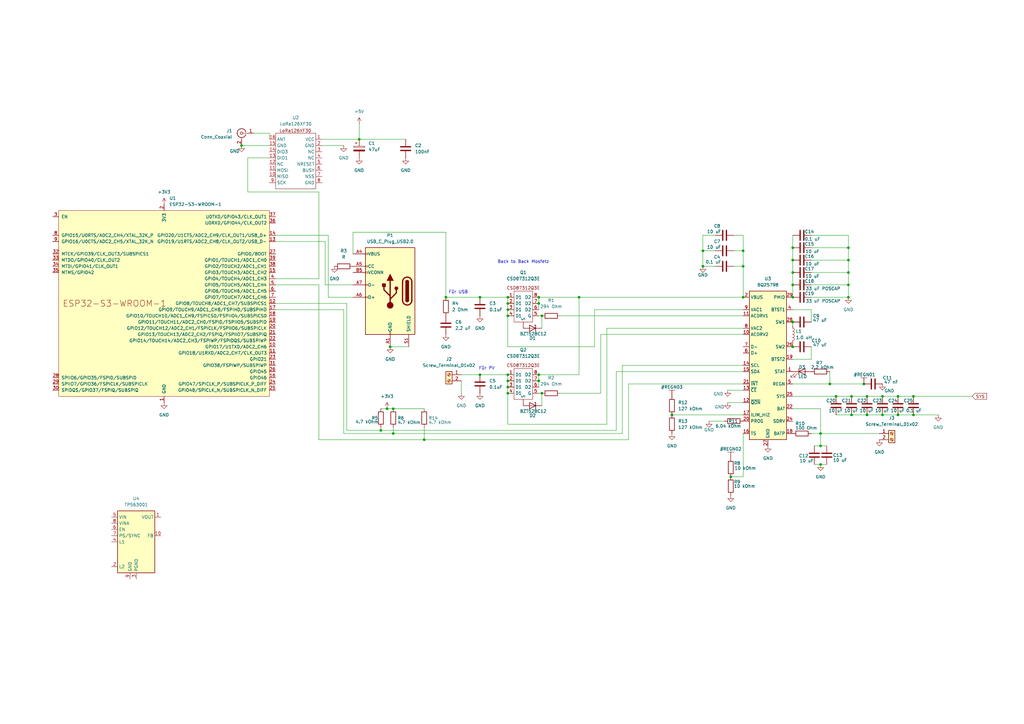
<source format=kicad_sch>
(kicad_sch (version 20250114) (generator "eeschema") (generator_version "9.0")
  (paper "A3")
  (title_block (title "MegaMesh Node v1") (date "2026-02-24") (rev "1.0") (company "Gropp&Linnhoff Industries") (comment 1 "Yeahhh") (comment 2 "Yeahhh 2"))
  (lib_symbols
    (symbol "Battery_Management:BQ25798"
      (property "Reference" "U" (at -7.62 31.75 0))
      (property "Value" "BQ25798" (at 2.54 31.75 0))
      (symbol "BQ25798_0_1"
        (rectangle (start -7.62 30.48) (end 7.62 -30.48) (stroke (width 0.254)) (fill (type background)))
      )
      (symbol "BQ25798_1_1"
        (pin power_in line (at -10.16 27.94 0) (length 2.54) (name "VBUS") (number "2"))
        (pin passive line (at -10.16 27.94 0) (length 2.54) (hide yes) (name "VBUS") (number "3"))
        (pin input line (at -10.16 22.86 0) (length 2.54) (name "VAC1") (number "9"))
        (pin passive line (at -10.16 20.32 0) (length 2.54) (name "ACDRV1") (number "11"))
        (pin input line (at -10.16 15.24 0) (length 2.54) (name "VAC2") (number "8"))
        (pin passive line (at -10.16 12.7 0) (length 2.54) (name "ACDRV2") (number "10"))
        (pin bidirectional line (at -10.16 7.62 0) (length 2.54) (name "D-") (number "7"))
        (pin bidirectional line (at -10.16 5.08 0) (length 2.54) (name "D+") (number "6"))
        (pin input line (at -10.16 0 0) (length 2.54) (name "SCL") (number "14"))
        (pin bidirectional line (at -10.16 -2.54 0) (length 2.54) (name "SDA") (number "15"))
        (pin open_collector line (at -10.16 -7.62 0) (length 2.54) (name "~{INT}") (number "21"))
        (pin input line (at -10.16 -10.16 0) (length 2.54) (name "~{CE}") (number "13"))
        (pin input line (at -10.16 -15.24 0) (length 2.54) (name "~{QON}") (number "12"))
        (pin input line (at -10.16 -20.32 0) (length 2.54) (name "ILIM_HIZ") (number "17"))
        (pin input line (at -10.16 -22.86 0) (length 2.54) (name "PROG") (number "20"))
        (pin input line (at -10.16 -27.94 0) (length 2.54) (name "TS") (number "16"))
        (pin power_in line (at 0 -33.02 90) (length 2.54) (name "GND") (number "27"))
        (pin power_out line (at 10.16 27.94 180) (length 2.54) (name "PMID") (number "29"))
        (pin passive line (at 10.16 22.86 180) (length 2.54) (name "BTST1") (number "4"))
        (pin power_out line (at 10.16 17.78 180) (length 2.54) (name "SW1") (number "28"))
        (pin power_out line (at 10.16 7.62 180) (length 2.54) (name "SW2") (number "26"))
        (pin passive line (at 10.16 2.54 180) (length 2.54) (name "BTST2") (number "19"))
        (pin open_collector line (at 10.16 -2.54 180) (length 2.54) (name "STAT") (number "1"))
        (pin power_out line (at 10.16 -7.62 180) (length 2.54) (name "REGN") (number "5"))
        (pin power_out line (at 10.16 -12.7 180) (length 2.54) (name "SYS") (number "25"))
        (pin power_out line (at 10.16 -17.78 180) (length 2.54) (name "BAT") (number "22"))
        (pin passive line (at 10.16 -17.78 180) (length 2.54) (hide yes) (name "BAT") (number "23"))
        (pin output line (at 10.16 -22.86 180) (length 2.54) (name "SDRV") (number "24"))
        (pin input line (at 10.16 -27.94 180) (length 2.54) (name "BATP") (number "18"))
      )
    )
    (symbol "Connector:Conn_Coaxial" (pin_names (offset 1.016) (hide yes))
      (property "Reference" "J" (at 0.254 3.048 0))
      (property "Value" "Conn_Coaxial" (at 2.921 0 90))
      (symbol "Conn_Coaxial_0_1"
        (polyline (pts (xy -2.54 0) (xy -0.508 0)))
        (arc (start 1.778 0) (mid 0.222 -1.8079) (end -1.778 -0.508) (stroke (width 0.254)))
        (arc (start -1.778 0.508) (mid 0.2221 1.8084) (end 1.778 0) (stroke (width 0.254)))
        (circle (center 0 0) (radius 0.508) (stroke (width 0.2032)))
        (polyline (pts (xy 0 -2.54) (xy 0 -1.778)))
      )
      (symbol "Conn_Coaxial_1_1"
        (pin passive line (at -5.08 0 0) (length 2.54) (name "In") (number "1"))
        (pin passive line (at 0 -5.08 90) (length 2.54) (name "Ext") (number "2"))
      )
    )
    (symbol "Connector:Screw_Terminal_01x02" (pin_names (offset 1.016) (hide yes))
      (property "Reference" "J" (at 0 2.54 0))
      (property "Value" "Screw_Terminal_01x02" (at 0 -5.08 0))
      (symbol "Screw_Terminal_01x02_1_1"
        (rectangle (start -1.27 1.27) (end 1.27 -3.81) (stroke (width 0.254)) (fill (type background)))
        (polyline (pts (xy -0.5334 0.3302) (xy 0.3302 -0.508)) (stroke (width 0.1524)))
        (polyline (pts (xy -0.5334 -2.2098) (xy 0.3302 -3.048)) (stroke (width 0.1524)))
        (polyline (pts (xy -0.3556 0.508) (xy 0.508 -0.3302)) (stroke (width 0.1524)))
        (polyline (pts (xy -0.3556 -2.032) (xy 0.508 -2.8702)) (stroke (width 0.1524)))
        (circle (center 0 0) (radius 0.635) (stroke (width 0.1524)))
        (circle (center 0 -2.54) (radius 0.635) (stroke (width 0.1524)))
        (pin passive line (at -5.08 0 0) (length 3.81) (name "Pin_1") (number "1"))
        (pin passive line (at -5.08 -2.54 0) (length 3.81) (name "Pin_2") (number "2"))
      )
    )
    (symbol "Connector:USB_C_Plug_USB2.0" (pin_names (offset 1.016))
      (property "Reference" "P" (at -10.16 19.05 0))
      (property "Value" "USB_C_Plug_USB2.0" (at 12.7 19.05 0))
      (symbol "USB_C_Plug_USB2.0_0_0"
        (rectangle (start -0.254 -17.78) (end 0.254 -16.764))
        (rectangle (start 10.16 15.494) (end 9.144 14.986))
        (rectangle (start 10.16 10.414) (end 9.144 9.906))
        (rectangle (start 10.16 7.874) (end 9.144 7.366))
        (rectangle (start 10.16 2.794) (end 9.144 2.286))
        (rectangle (start 10.16 -2.286) (end 9.144 -2.794))
      )
      (symbol "USB_C_Plug_USB2.0_0_1"
        (rectangle (start -10.16 17.78) (end 10.16 -17.78) (stroke (width 0.254)) (fill (type background)))
        (polyline (pts (xy -8.89 -3.81) (xy -8.89 3.81)) (stroke (width 0.508)))
        (rectangle (start -7.62 -3.81) (end -6.35 3.81) (stroke (width 0.254)) (fill (type outline)))
        (arc (start -7.62 3.81) (mid -6.985 4.4423) (end -6.35 3.81) (stroke (width 0.254)))
        (arc (start -7.62 3.81) (mid -6.985 4.4423) (end -6.35 3.81) (stroke (width 0.254)) (fill (type outline)))
        (arc (start -8.89 3.81) (mid -6.985 5.7067) (end -5.08 3.81) (stroke (width 0.508)))
        (arc (start -5.08 -3.81) (mid -6.985 -5.7067) (end -8.89 -3.81) (stroke (width 0.508)))
        (arc (start -6.35 -3.81) (mid -6.985 -4.4423) (end -7.62 -3.81) (stroke (width 0.254)))
        (arc (start -6.35 -3.81) (mid -6.985 -4.4423) (end -7.62 -3.81) (stroke (width 0.254)) (fill (type outline)))
        (polyline (pts (xy -5.08 3.81) (xy -5.08 -3.81)) (stroke (width 0.508)))
        (circle (center -2.54 1.143) (radius 0.635) (stroke (width 0.254)) (fill (type outline)))
        (polyline (pts (xy -1.27 4.318) (xy 0 6.858) (xy 1.27 4.318) (xy -1.27 4.318)) (stroke (width 0.254)) (fill (type outline)))
        (polyline (pts (xy 0 -2.032) (xy 2.54 0.508) (xy 2.54 1.778)) (stroke (width 0.508)))
        (polyline (pts (xy 0 -3.302) (xy -2.54 -0.762) (xy -2.54 0.508)) (stroke (width 0.508)))
        (polyline (pts (xy 0 -5.842) (xy 0 4.318)) (stroke (width 0.508)))
        (circle (center 0 -5.842) (radius 1.27) (fill (type outline)))
        (rectangle (start 1.905 1.778) (end 3.175 3.048) (stroke (width 0.254)) (fill (type outline)))
      )
      (symbol "USB_C_Plug_USB2.0_1_1"
        (pin passive line (at -7.62 -22.86 90) (length 5.08) (name "SHIELD") (number "S1"))
        (pin passive line (at 0 -22.86 90) (length 5.08) (name "GND") (number "A1"))
        (pin passive line (at 0 -22.86 90) (length 5.08) (hide yes) (name "GND") (number "A12"))
        (pin passive line (at 0 -22.86 90) (length 5.08) (hide yes) (name "GND") (number "B1"))
        (pin passive line (at 0 -22.86 90) (length 5.08) (hide yes) (name "GND") (number "B12"))
        (pin passive line (at 15.24 15.24 180) (length 5.08) (name "VBUS") (number "A4"))
        (pin passive line (at 15.24 15.24 180) (length 5.08) (hide yes) (name "VBUS") (number "A9"))
        (pin passive line (at 15.24 15.24 180) (length 5.08) (hide yes) (name "VBUS") (number "B4"))
        (pin passive line (at 15.24 15.24 180) (length 5.08) (hide yes) (name "VBUS") (number "B9"))
        (pin bidirectional line (at 15.24 10.16 180) (length 5.08) (name "CC") (number "A5"))
        (pin bidirectional line (at 15.24 7.62 180) (length 5.08) (name "VCONN") (number "B5"))
        (pin bidirectional line (at 15.24 2.54 180) (length 5.08) (name "D-") (number "A7"))
        (pin bidirectional line (at 15.24 -2.54 180) (length 5.08) (name "D+") (number "A6"))
      )
    )
    (symbol "Device:C" (pin_numbers (hide yes)) (pin_names (offset 0.254))
      (property "Reference" "C" (at 0.635 2.54 0))
      (property "Value" "C" (at 0.635 -2.54 0))
      (symbol "C_0_1"
        (polyline (pts (xy -2.032 0.762) (xy 2.032 0.762)) (stroke (width 0.508)))
        (polyline (pts (xy -2.032 -0.762) (xy 2.032 -0.762)) (stroke (width 0.508)))
      )
      (symbol "C_1_1"
        (pin passive line (at 0 3.81 270) (length 2.794) (name "~") (number "1"))
        (pin passive line (at 0 -3.81 90) (length 2.794) (name "~") (number "2"))
      )
    )
    (symbol "Device:C_Polarized" (pin_numbers (hide yes)) (pin_names (offset 0.254))
      (property "Reference" "C" (at 0.635 2.54 0))
      (property "Value" "C_Polarized" (at 0.635 -2.54 0))
      (symbol "C_Polarized_0_1"
        (rectangle (start -2.286 0.508) (end 2.286 1.016))
        (polyline (pts (xy -1.778 2.286) (xy -0.762 2.286)))
        (polyline (pts (xy -1.27 2.794) (xy -1.27 1.778)))
        (rectangle (start 2.286 -0.508) (end -2.286 -1.016) (fill (type outline)))
      )
      (symbol "C_Polarized_1_1"
        (pin passive line (at 0 3.81 270) (length 2.794) (name "~") (number "1"))
        (pin passive line (at 0 -3.81 90) (length 2.794) (name "~") (number "2"))
      )
    )
    (symbol "Device:L" (pin_numbers (hide yes)) (pin_names (offset 1.016) (hide yes))
      (property "Reference" "L" (at -1.27 0 90))
      (property "Value" "L" (at 1.905 0 90))
      (symbol "L_0_1"
        (arc (start 0 2.54) (mid 0.6323 1.905) (end 0 1.27))
        (arc (start 0 1.27) (mid 0.6323 0.635) (end 0 0))
        (arc (start 0 0) (mid 0.6323 -0.635) (end 0 -1.27))
        (arc (start 0 -1.27) (mid 0.6323 -1.905) (end 0 -2.54))
      )
      (symbol "L_1_1"
        (pin passive line (at 0 3.81 270) (length 1.27) (name "1") (number "1"))
        (pin passive line (at 0 -3.81 90) (length 1.27) (name "2") (number "2"))
      )
    )
    (symbol "Device:LED" (pin_numbers (hide yes)) (pin_names (offset 1.016) (hide yes))
      (property "Reference" "D" (at 0 2.54 0))
      (property "Value" "LED" (at 0 -2.54 0))
      (symbol "LED_0_1"
        (polyline (pts (xy -3.048 -0.762) (xy -4.572 -2.286) (xy -3.81 -2.286) (xy -4.572 -2.286) (xy -4.572 -1.524)))
        (polyline (pts (xy -1.778 -0.762) (xy -3.302 -2.286) (xy -2.54 -2.286) (xy -3.302 -2.286) (xy -3.302 -1.524)))
        (polyline (pts (xy -1.27 0) (xy 1.27 0)))
        (polyline (pts (xy -1.27 -1.27) (xy -1.27 1.27)) (stroke (width 0.254)))
        (polyline (pts (xy 1.27 -1.27) (xy 1.27 1.27) (xy -1.27 0) (xy 1.27 -1.27)) (stroke (width 0.254)))
      )
      (symbol "LED_1_1"
        (pin passive line (at -3.81 0 0) (length 2.54) (name "K") (number "1"))
        (pin passive line (at 3.81 0 180) (length 2.54) (name "A") (number "2"))
      )
    )
    (symbol "Device:R" (pin_numbers (hide yes)) (pin_names (offset 0))
      (property "Reference" "R" (at 2.032 0 90))
      (property "Value" "R" (at 0 0 90))
      (symbol "R_0_1"
        (rectangle (start -1.016 -2.54) (end 1.016 2.54) (stroke (width 0.254)))
      )
      (symbol "R_1_1"
        (pin passive line (at 0 3.81 270) (length 1.27) (name "~") (number "1"))
        (pin passive line (at 0 -3.81 90) (length 1.27) (name "~") (number "2"))
      )
    )
    (symbol "Diode:BZT52Bxx" (pin_numbers (hide yes)) (pin_names (hide yes))
      (property "Reference" "D" (at 0 2.54 0))
      (property "Value" "BZT52Bxx" (at 0 -2.54 0))
      (symbol "BZT52Bxx_0_1"
        (polyline (pts (xy -1.27 -1.27) (xy -1.27 1.27) (xy -0.762 1.27)) (stroke (width 0.254)))
        (polyline (pts (xy 1.27 0) (xy -1.27 0)))
        (polyline (pts (xy 1.27 -1.27) (xy 1.27 1.27) (xy -1.27 0) (xy 1.27 -1.27)) (stroke (width 0.254)))
      )
      (symbol "BZT52Bxx_1_1"
        (pin passive line (at -3.81 0 0) (length 2.54) (name "K") (number "1"))
        (pin passive line (at 3.81 0 180) (length 2.54) (name "A") (number "2"))
      )
    )
    (symbol "PCM_Espressif:ESP32-S3-WROOM-1" (pin_names (offset 1.016))
      (property "Reference" "U" (at -43.18 43.18 0))
      (property "Value" "ESP32-S3-WROOM-1" (at -43.18 40.64 0))
      (symbol "ESP32-S3-WROOM-1_0_0"
        (text "ESP32-S3-WROOM-1" (at -20.32 0 0) (effects (font (size 2.54 2.54))))
        (pin input line (at -45.72 35.56 0) (length 2.54) (name "EN") (number "3"))
        (pin bidirectional line (at -45.72 27.94 0) (length 2.54) (name "GPIO15/U0RTS/ADC2_CH4/XTAL_32K_P") (number "8"))
        (pin bidirectional line (at -45.72 25.4 0) (length 2.54) (name "GPIO16/U0CTS/ADC2_CH5/XTAL_32K_N") (number "9"))
        (pin bidirectional line (at -45.72 20.32 0) (length 2.54) (name "MTCK/GPIO39/CLK_OUT3/SUBSPICS1") (number "32"))
        (pin bidirectional line (at -45.72 17.78 0) (length 2.54) (name "MTDO/GPIO40/CLK_OUT2") (number "33"))
        (pin bidirectional line (at -45.72 15.24 0) (length 2.54) (name "MTDI/GPIO41/CLK_OUT1") (number "34"))
        (pin bidirectional line (at -45.72 12.7 0) (length 2.54) (name "MTMS/GPIO42") (number "35"))
        (pin bidirectional line (at -45.72 -30.48 0) (length 2.54) (name "SPIIO6/GPIO35/FSPID/SUBSPID") (number "28"))
        (pin bidirectional line (at -45.72 -33.02 0) (length 2.54) (name "SPIIO7/GPIO36/FSPICLK/SUBSPICLK") (number "29"))
        (pin bidirectional line (at -45.72 -35.56 0) (length 2.54) (name "SPIDQS/GPIO37/FSPIQ/SUBSPIQ") (number "30"))
        (pin power_in line (at 0 40.64 270) (length 2.54) (name "3V3") (number "2"))
        (pin power_in line (at 0 -40.64 90) (length 2.54) (name "GND") (number "1"))
        (pin passive line (at 0 -40.64 90) (length 2.54) (hide yes) (name "GND") (number "40"))
        (pin passive line (at 0 -40.64 90) (length 2.54) (hide yes) (name "GND") (number "41"))
        (pin bidirectional line (at 45.72 35.56 180) (length 2.54) (name "U0TXD/GPIO43/CLK_OUT1") (number "37"))
        (pin bidirectional line (at 45.72 33.02 180) (length 2.54) (name "U0RXD/GPIO44/CLK_OUT2") (number "36"))
        (pin bidirectional line (at 45.72 27.94 180) (length 2.54) (name "GPIO20/U1CTS/ADC2_CH9/CLK_OUT1/USB_D+") (number "14"))
        (pin bidirectional line (at 45.72 25.4 180) (length 2.54) (name "GPIO19/U1RTS/ADC2_CH8/CLK_OUT2/USB_D-") (number "13"))
        (pin bidirectional line (at 45.72 20.32 180) (length 2.54) (name "GPIO0/BOOT") (number "27"))
        (pin bidirectional line (at 45.72 17.78 180) (length 2.54) (name "GPIO1/TOUCH1/ADC1_CH0") (number "39"))
        (pin bidirectional line (at 45.72 15.24 180) (length 2.54) (name "GPIO2/TOUCH2/ADC1_CH1") (number "38"))
        (pin bidirectional line (at 45.72 12.7 180) (length 2.54) (name "GPIO3/TOUCH3/ADC1_CH2") (number "15"))
        (pin bidirectional line (at 45.72 10.16 180) (length 2.54) (name "GPIO4/TOUCH4/ADC1_CH3") (number "4"))
        (pin bidirectional line (at 45.72 7.62 180) (length 2.54) (name "GPIO5/TOUCH5/ADC1_CH4") (number "5"))
        (pin bidirectional line (at 45.72 5.08 180) (length 2.54) (name "GPIO6/TOUCH6/ADC1_CH5") (number "6"))
        (pin bidirectional line (at 45.72 2.54 180) (length 2.54) (name "GPIO7/TOUCH7/ADC1_CH6") (number "7"))
        (pin bidirectional line (at 45.72 0 180) (length 2.54) (name "GPIO8/TOUCH8/ADC1_CH7/SUBSPICS1") (number "12"))
        (pin bidirectional line (at 45.72 -2.54 180) (length 2.54) (name "GPIO9/TOUCH9/ADC1_CH8/FSPIHD/SUBSPIHD") (number "17"))
        (pin bidirectional line (at 45.72 -5.08 180) (length 2.54) (name "GPIO10/TOUCH10/ADC1_CH9/FSPICS0/FSPIIO4/SUBSPICS0") (number "18"))
        (pin bidirectional line (at 45.72 -7.62 180) (length 2.54) (name "GPIO11/TOUCH11/ADC2_CH0/FSPID/FSPIIO5/SUBSPID") (number "19"))
        (pin bidirectional line (at 45.72 -10.16 180) (length 2.54) (name "GPIO12/TOUCH12/ADC2_CH1/FSPICLK/FSPIIO6/SUBSPICLK") (number "20"))
        (pin bidirectional line (at 45.72 -12.7 180) (length 2.54) (name "GPIO13/TOUCH13/ADC2_CH2/FSPIQ/FSPIIO7/SUBSPIQ") (number "21"))
        (pin bidirectional line (at 45.72 -15.24 180) (length 2.54) (name "GPIO14/TOUCH14/ADC2_CH3/FSPIWP/FSPIDQS/SUBSPIWP") (number "22"))
        (pin bidirectional line (at 45.72 -17.78 180) (length 2.54) (name "GPIO17/U1TXD/ADC2_CH6") (number "10"))
        (pin bidirectional line (at 45.72 -20.32 180) (length 2.54) (name "GPIO18/U1RXD/ADC2_CH7/CLK_OUT3") (number "11"))
        (pin bidirectional line (at 45.72 -22.86 180) (length 2.54) (name "GPIO21") (number "23"))
        (pin bidirectional line (at 45.72 -25.4 180) (length 2.54) (name "GPIO38/FSPIWP/SUBSPIWP") (number "31"))
        (pin bidirectional line (at 45.72 -27.94 180) (length 2.54) (name "GPIO45") (number "26"))
        (pin bidirectional line (at 45.72 -30.48 180) (length 2.54) (name "GPIO46") (number "16"))
        (pin bidirectional line (at 45.72 -33.02 180) (length 2.54) (name "GPIO47/SPICLK_P/SUBSPICLK_P_DIFF") (number "24"))
        (pin bidirectional line (at 45.72 -35.56 180) (length 2.54) (name "GPIO48/SPICLK_N/SUBSPICLK_N_DIFF") (number "25"))
      )
      (symbol "ESP32-S3-WROOM-1_0_1"
        (rectangle (start -43.18 38.1) (end 43.18 -38.1) (fill (type background)))
      )
    )
    (symbol "Regulator_Switching:TPS63001"
      (property "Reference" "U" (at -7.62 13.97 0))
      (property "Value" "TPS63001" (at 5.08 13.97 0))
      (symbol "TPS63001_0_1"
        (rectangle (start -7.62 12.7) (end 7.62 -12.7) (stroke (width 0.254)) (fill (type background)))
      )
      (symbol "TPS63001_1_1"
        (pin power_in line (at -10.16 10.16 0) (length 2.54) (name "VIN") (number "5"))
        (pin power_in line (at -10.16 7.62 0) (length 2.54) (name "VINA") (number "8"))
        (pin input line (at -10.16 5.08 0) (length 2.54) (name "EN") (number "6"))
        (pin input line (at -10.16 2.54 0) (length 2.54) (name "PS/SYNC") (number "7"))
        (pin input line (at -10.16 0 0) (length 2.54) (name "L1") (number "4"))
        (pin input line (at -10.16 -10.16 0) (length 2.54) (name "L2") (number "2"))
        (pin power_in line (at -2.54 -15.24 90) (length 2.54) (name "GND") (number "9"))
        (pin passive line (at 0 -15.24 90) (length 2.54) (hide yes) (name "PGND") (number "11"))
        (pin power_in line (at 0 -15.24 90) (length 2.54) (name "PGND") (number "3"))
        (pin power_out line (at 10.16 10.16 180) (length 2.54) (name "VOUT") (number "1"))
        (pin input line (at 10.16 2.54 180) (length 2.54) (name "FB") (number "10"))
      )
    )
    (symbol "myRF:CSD87312Q3E"
      (property "Reference" "Q" (at -1.27 1.524 0))
      (symbol "CSD87312Q3E_0_1"
        (rectangle (start -5.08 2.54) (end 2.54 -10.16))
      )
      (symbol "CSD87312Q3E_1_1"
        (text "CSD87312Q3E\n" (at -1.27 3.81 0) (effects (font (size 1.27 1.27))))
        (pin output line (at -7.62 0 0) (length 2.54) (name "D1") (number "1"))
        (pin output line (at -7.62 -2.54 0) (length 2.54) (name "D1") (number "2"))
        (pin output line (at -7.62 -5.08 0) (length 2.54) (name "D1") (number "3"))
        (pin output line (at -7.62 -7.62 0) (length 2.54) (name "D1") (number "4"))
        (pin input line (at -1.27 -12.7 90) (length 2.54) (name "S") (number ""))
        (pin output line (at 5.08 0 180) (length 2.54) (name "D2") (number "8"))
        (pin output line (at 5.08 -2.54 180) (length 2.54) (name "D2") (number "7"))
        (pin output line (at 5.08 -5.08 180) (length 2.54) (name "D2") (number "6"))
        (pin output line (at 5.08 -7.62 180) (length 2.54) (name "G") (number "5"))
      )
    )
    (symbol "myRF:LoRa126XF30"
      (property "Reference" "U" (at 0 0 0))
      (symbol "LoRa126XF30_0_1"
        (rectangle (start -8.89 15.24) (end 7.62 -7.62))
      )
      (symbol "LoRa126XF30_1_1"
        (text "LoRa126XF30" (at -0.762 16.256 0) (effects (font (size 1.27 1.27))))
        (pin bidirectional line (at -11.43 12.7 0) (length 2.54) (name "ANT") (number "16"))
        (pin power_out line (at -11.43 10.16 0) (length 2.54) (name "GND") (number "15"))
        (pin tri_state line (at -11.43 7.62 0) (length 2.54) (name "DIO3") (number "14"))
        (pin tri_state line (at -11.43 5.08 0) (length 2.54) (name "DIO1") (number "13"))
        (pin unspecified line (at -11.43 2.54 0) (length 2.54) (name "NC") (number "12"))
        (pin input line (at -11.43 0 0) (length 2.54) (name "MOSI") (number "11"))
        (pin output line (at -11.43 -2.54 0) (length 2.54) (name "MISO") (number "10"))
        (pin input line (at -11.43 -5.08 0) (length 2.54) (name "SCK") (number "9"))
        (pin power_in line (at 10.16 12.7 180) (length 2.54) (name "VCC") (number "1"))
        (pin power_out line (at 10.16 10.16 180) (length 2.54) (name "GND") (number "2"))
        (pin unspecified line (at 10.16 7.62 180) (length 2.54) (name "NC") (number "3"))
        (pin unspecified line (at 10.16 5.08 180) (length 2.54) (name "NC") (number "4"))
        (pin input line (at 10.16 2.54 180) (length 2.54) (name "NRESET") (number "5"))
        (pin output line (at 10.16 0 180) (length 2.54) (name "BUSY") (number "6"))
        (pin input line (at 10.16 -2.54 180) (length 2.54) (name "NSS") (number "7"))
        (pin power_out line (at 10.16 -5.08 180) (length 2.54) (name "GND") (number "8"))
      )
    )
    (symbol "myRF:REGN" (power) (in_bom no) (on_board no)
      (property "Reference" "REGN" (at 0 0 0))
      (symbol "REGN_0_1"
        (polyline (pts (xy -1.27 -1.27) (xy 1.27 -1.27)))
      )
      (symbol "REGN_1_1"
        (pin power_out line (at 0 -3.81 90) (length 2.54) (name "") (number ""))
      )
    )
    (symbol "power:+3V3" (power) (pin_numbers (hide yes)) (pin_names (offset 0) (hide yes))
      (property "Value" "+3V3" (at 0 3.556 0))
      (symbol "+3V3_0_1"
        (polyline (pts (xy -0.762 1.27) (xy 0 2.54)))
        (polyline (pts (xy 0 2.54) (xy 0.762 1.27)))
        (polyline (pts (xy 0 0) (xy 0 2.54)))
      )
      (symbol "+3V3_1_1"
        (pin power_in line (at 0 0 90) (length 0) (name "~") (number "1"))
      )
    )
    (symbol "power:+5V" (power) (pin_numbers (hide yes)) (pin_names (offset 0) (hide yes))
      (property "Value" "+5V" (at 0 3.556 0))
      (symbol "+5V_0_1"
        (polyline (pts (xy -0.762 1.27) (xy 0 2.54)))
        (polyline (pts (xy 0 2.54) (xy 0.762 1.27)))
        (polyline (pts (xy 0 0) (xy 0 2.54)))
      )
      (symbol "+5V_1_1"
        (pin power_in line (at 0 0 90) (length 0) (name "~") (number "1"))
      )
    )
    (symbol "power:GND" (power) (pin_numbers (hide yes)) (pin_names (offset 0) (hide yes))
      (property "Value" "GND" (at 0 -3.81 0))
      (symbol "GND_0_1"
        (polyline (pts (xy 0 0) (xy 0 -1.27) (xy 1.27 -1.27) (xy 0 -2.54) (xy -1.27 -1.27) (xy 0 -1.27)))
      )
      (symbol "GND_1_1"
        (pin power_in line (at 0 0 270) (length 0) (name "~") (number "1"))
      )
    )
  )
  (text "Back to Back Mosfetz" (at 214.63 107.442 0) (effects (font (size 1.27 1.27))))
  (text "Für PV" (at 199.644 151.13 0) (effects (font (size 1.27 1.27))))
  (text "Für USB" (at 187.96 119.888 0) (effects (font (size 1.27 1.27))))
  (junction (at 220.98 153.67))
  (junction (at 349.25 162.56))
  (junction (at 355.6 170.18))
  (junction (at 208.28 153.67))
  (junction (at 325.12 121.92))
  (junction (at 288.29 109.22))
  (junction (at 208.28 158.75))
  (junction (at 304.8 121.92))
  (junction (at 275.59 170.18))
  (junction (at 368.3 162.56))
  (junction (at 342.9 162.56))
  (junction (at 182.88 121.92))
  (junction (at 374.65 162.56))
  (junction (at 208.28 127))
  (junction (at 299.72 195.58))
  (junction (at 304.8 102.87))
  (junction (at 220.98 124.46))
  (junction (at 208.28 121.92))
  (junction (at 208.28 161.29))
  (junction (at 220.98 121.92))
  (junction (at 208.28 124.46))
  (junction (at 347.98 116.84))
  (junction (at 336.55 177.8))
  (junction (at 196.85 153.67))
  (junction (at 288.29 102.87))
  (junction (at 347.98 111.76))
  (junction (at 368.3 170.18))
  (junction (at 158.75 167.64))
  (junction (at 208.28 156.21))
  (junction (at 160.02 142.24))
  (junction (at 161.29 177.8))
  (junction (at 99.06 59.69))
  (junction (at 173.99 180.34))
  (junction (at 349.25 170.18))
  (junction (at 220.98 156.21))
  (junction (at 340.36 157.48))
  (junction (at 325.12 132.08))
  (junction (at 325.12 111.76))
  (junction (at 325.12 106.68))
  (junction (at 336.55 190.5))
  (junction (at 354.33 157.48))
  (junction (at 237.49 121.92))
  (junction (at 208.28 129.54))
  (junction (at 222.25 129.54))
  (junction (at 361.95 170.18))
  (junction (at 347.98 101.6))
  (junction (at 374.65 170.18))
  (junction (at 222.25 161.29))
  (junction (at 196.85 121.92))
  (junction (at 325.12 101.6))
  (junction (at 161.29 167.64))
  (junction (at 147.32 57.15))
  (junction (at 156.21 176.53))
  (junction (at 347.98 121.92))
  (junction (at 325.12 142.24))
  (junction (at 325.12 116.84))
  (junction (at 304.8 109.22))
  (junction (at 347.98 106.68))
  (junction (at 336.55 182.88))
  (junction (at 355.6 162.56))
  (junction (at 361.95 162.56))
  (wire (pts (xy 336.55 190.5) (xy 339.09 190.5)))
  (wire (pts (xy 332.74 142.24) (xy 332.74 147.32)))
  (wire (pts (xy 293.37 109.22) (xy 288.29 109.22)))
  (wire (pts (xy 113.03 124.46) (xy 142.24 124.46)))
  (wire (pts (xy 161.29 167.64) (xy 173.99 167.64)))
  (wire (pts (xy 298.45 160.02) (xy 304.8 160.02)))
  (wire (pts (xy 229.87 161.29) (xy 246.38 161.29)))
  (wire (pts (xy 325.12 147.32) (xy 332.74 147.32)))
  (wire (pts (xy 355.6 162.56) (xy 361.95 162.56)))
  (wire (pts (xy 99.06 59.69) (xy 110.49 59.69)))
  (wire (pts (xy 299.72 195.58) (xy 304.8 195.58)))
  (wire (pts (xy 220.98 161.29) (xy 222.25 161.29)))
  (wire (pts (xy 304.8 127) (xy 243.84 127)))
  (wire (pts (xy 342.9 170.18) (xy 349.25 170.18)))
  (wire (pts (xy 325.12 140.97) (xy 325.12 142.24)))
  (wire (pts (xy 255.27 177.8) (xy 255.27 149.86)))
  (wire (pts (xy 255.27 149.86) (xy 304.8 149.86)))
  (wire (pts (xy 293.37 96.52) (xy 288.29 96.52)))
  (wire (pts (xy 304.8 177.8) (xy 304.8 195.58)))
  (wire (pts (xy 173.99 180.34) (xy 257.81 180.34)))
  (wire (pts (xy 113.03 116.84) (xy 130.81 116.84)))
  (wire (pts (xy 347.98 111.76) (xy 347.98 116.84)))
  (wire (pts (xy 354.33 157.48) (xy 340.36 157.48)))
  (wire (pts (xy 336.55 177.8) (xy 336.55 182.88)))
  (wire (pts (xy 342.9 162.56) (xy 349.25 162.56)))
  (wire (pts (xy 325.12 116.84) (xy 325.12 121.92)))
  (wire (pts (xy 140.97 127) (xy 140.97 177.8)))
  (wire (pts (xy 113.03 99.06) (xy 133.35 99.06)))
  (wire (pts (xy 220.98 156.21) (xy 220.98 158.75)))
  (wire (pts (xy 101.6 78.74) (xy 101.6 64.77)))
  (wire (pts (xy 196.85 153.67) (xy 208.28 153.67)))
  (wire (pts (xy 325.12 132.08) (xy 325.12 133.35)))
  (wire (pts (xy 304.8 109.22) (xy 304.8 121.92)))
  (wire (pts (xy 332.74 106.68) (xy 347.98 106.68)))
  (wire (pts (xy 160.02 142.24) (xy 167.64 142.24)))
  (wire (pts (xy 229.87 129.54) (xy 304.8 129.54)))
  (wire (pts (xy 336.55 182.88) (xy 339.09 182.88)))
  (wire (pts (xy 288.29 96.52) (xy 288.29 102.87)))
  (wire (pts (xy 208.28 124.46) (xy 208.28 127)))
  (wire (pts (xy 134.62 96.52) (xy 134.62 121.92)))
  (wire (pts (xy 325.12 167.64) (xy 336.55 167.64)))
  (wire (pts (xy 334.01 190.5) (xy 336.55 190.5)))
  (wire (pts (xy 325.12 101.6) (xy 325.12 106.68)))
  (wire (pts (xy 110.49 54.61) (xy 110.49 57.15)))
  (wire (pts (xy 252.73 152.4) (xy 304.8 152.4)))
  (wire (pts (xy 368.3 170.18) (xy 374.65 170.18)))
  (wire (pts (xy 325.12 96.52) (xy 325.12 101.6)))
  (wire (pts (xy 246.38 137.16) (xy 304.8 137.16)))
  (wire (pts (xy 144.78 95.25) (xy 182.88 95.25)))
  (wire (pts (xy 189.23 156.21) (xy 189.23 161.29)))
  (wire (pts (xy 300.99 109.22) (xy 304.8 109.22)))
  (wire (pts (xy 340.36 157.48) (xy 325.12 157.48)))
  (wire (pts (xy 161.29 177.8) (xy 255.27 177.8)))
  (wire (pts (xy 290.83 172.72) (xy 297.18 172.72)))
  (wire (pts (xy 208.28 158.75) (xy 208.28 161.29)))
  (wire (pts (xy 132.08 59.69) (xy 140.97 59.69)))
  (wire (pts (xy 368.3 162.56) (xy 374.65 162.56)))
  (wire (pts (xy 140.97 177.8) (xy 161.29 177.8)))
  (wire (pts (xy 237.49 153.67) (xy 237.49 121.92)))
  (wire (pts (xy 347.98 101.6) (xy 347.98 106.68)))
  (wire (pts (xy 325.12 127) (xy 332.74 127)))
  (wire (pts (xy 144.78 104.14) (xy 144.78 95.25)))
  (wire (pts (xy 220.98 124.46) (xy 220.98 127)))
  (wire (pts (xy 252.73 176.53) (xy 252.73 152.4)))
  (wire (pts (xy 332.74 121.92) (xy 347.98 121.92)))
  (wire (pts (xy 142.24 124.46) (xy 142.24 176.53)))
  (wire (pts (xy 304.8 134.62) (xy 248.92 134.62)))
  (wire (pts (xy 222.25 161.29) (xy 222.25 166.37)))
  (wire (pts (xy 246.38 161.29) (xy 246.38 137.16)))
  (wire (pts (xy 156.21 176.53) (xy 252.73 176.53)))
  (wire (pts (xy 347.98 116.84) (xy 347.98 121.92)))
  (wire (pts (xy 130.81 180.34) (xy 173.99 180.34)))
  (wire (pts (xy 332.74 177.8) (xy 336.55 177.8)))
  (wire (pts (xy 208.28 156.21) (xy 208.28 158.75)))
  (wire (pts (xy 374.65 162.56) (xy 398.78 162.56)))
  (wire (pts (xy 147.32 57.15) (xy 166.37 57.15)))
  (wire (pts (xy 332.74 116.84) (xy 347.98 116.84)))
  (wire (pts (xy 208.28 127) (xy 208.28 129.54)))
  (wire (pts (xy 304.8 157.48) (xy 257.81 157.48)))
  (wire (pts (xy 130.81 78.74) (xy 101.6 78.74)))
  (wire (pts (xy 220.98 121.92) (xy 220.98 124.46)))
  (wire (pts (xy 332.74 101.6) (xy 347.98 101.6)))
  (wire (pts (xy 182.88 121.92) (xy 196.85 121.92)))
  (wire (pts (xy 220.98 121.92) (xy 237.49 121.92)))
  (wire (pts (xy 113.03 96.52) (xy 134.62 96.52)))
  (wire (pts (xy 243.84 127) (xy 243.84 142.24)))
  (wire (pts (xy 133.35 99.06) (xy 133.35 116.84)))
  (wire (pts (xy 133.35 116.84) (xy 144.78 116.84)))
  (wire (pts (xy 248.92 134.62) (xy 248.92 173.99)))
  (wire (pts (xy 113.03 127) (xy 140.97 127)))
  (wire (pts (xy 173.99 175.26) (xy 173.99 180.34)))
  (wire (pts (xy 104.14 54.61) (xy 110.49 54.61)))
  (wire (pts (xy 196.85 121.92) (xy 208.28 121.92)))
  (wire (pts (xy 355.6 170.18) (xy 361.95 170.18)))
  (wire (pts (xy 208.28 161.29) (xy 208.28 173.99)))
  (wire (pts (xy 374.65 170.18) (xy 384.81 170.18)))
  (wire (pts (xy 349.25 170.18) (xy 355.6 170.18)))
  (wire (pts (xy 347.98 96.52) (xy 347.98 101.6)))
  (wire (pts (xy 189.23 153.67) (xy 196.85 153.67)))
  (wire (pts (xy 304.8 96.52) (xy 304.8 102.87)))
  (wire (pts (xy 288.29 102.87) (xy 293.37 102.87)))
  (wire (pts (xy 332.74 96.52) (xy 347.98 96.52)))
  (wire (pts (xy 134.62 121.92) (xy 144.78 121.92)))
  (wire (pts (xy 208.28 121.92) (xy 208.28 124.46)))
  (wire (pts (xy 208.28 153.67) (xy 208.28 156.21)))
  (wire (pts (xy 334.01 182.88) (xy 336.55 182.88)))
  (wire (pts (xy 332.74 111.76) (xy 347.98 111.76)))
  (wire (pts (xy 304.8 102.87) (xy 304.8 109.22)))
  (wire (pts (xy 158.75 167.64) (xy 161.29 167.64)))
  (wire (pts (xy 130.81 78.74) (xy 130.81 114.3)))
  (wire (pts (xy 361.95 162.56) (xy 368.3 162.56)))
  (wire (pts (xy 220.98 153.67) (xy 237.49 153.67)))
  (wire (pts (xy 349.25 162.56) (xy 355.6 162.56)))
  (wire (pts (xy 300.99 96.52) (xy 304.8 96.52)))
  (wire (pts (xy 325.12 106.68) (xy 325.12 111.76)))
  (wire (pts (xy 156.21 167.64) (xy 158.75 167.64)))
  (wire (pts (xy 182.88 95.25) (xy 182.88 121.92)))
  (wire (pts (xy 208.28 129.54) (xy 208.28 142.24)))
  (wire (pts (xy 336.55 177.8) (xy 360.68 177.8)))
  (wire (pts (xy 340.36 152.4) (xy 340.36 157.48)))
  (wire (pts (xy 288.29 102.87) (xy 288.29 109.22)))
  (wire (pts (xy 156.21 175.26) (xy 156.21 176.53)))
  (wire (pts (xy 222.25 129.54) (xy 222.25 134.62)))
  (wire (pts (xy 325.12 111.76) (xy 325.12 116.84)))
  (wire (pts (xy 132.08 57.15) (xy 147.32 57.15)))
  (wire (pts (xy 257.81 157.48) (xy 257.81 180.34)))
  (wire (pts (xy 113.03 114.3) (xy 130.81 114.3)))
  (wire (pts (xy 130.81 116.84) (xy 130.81 180.34)))
  (wire (pts (xy 243.84 142.24) (xy 208.28 142.24)))
  (wire (pts (xy 237.49 121.92) (xy 304.8 121.92)))
  (wire (pts (xy 101.6 64.77) (xy 110.49 64.77)))
  (wire (pts (xy 142.24 176.53) (xy 156.21 176.53)))
  (wire (pts (xy 361.95 170.18) (xy 368.3 170.18)))
  (wire (pts (xy 161.29 175.26) (xy 161.29 177.8)))
  (wire (pts (xy 325.12 162.56) (xy 342.9 162.56)))
  (wire (pts (xy 220.98 129.54) (xy 222.25 129.54)))
  (wire (pts (xy 220.98 153.67) (xy 220.98 156.21)))
  (wire (pts (xy 300.99 102.87) (xy 304.8 102.87)))
  (wire (pts (xy 208.28 173.99) (xy 248.92 173.99)))
  (wire (pts (xy 298.45 165.1) (xy 304.8 165.1)))
  (wire (pts (xy 147.32 50.8) (xy 147.32 57.15)))
  (wire (pts (xy 336.55 167.64) (xy 336.55 177.8)))
  (wire (pts (xy 347.98 106.68) (xy 347.98 111.76)))
  (wire (pts (xy 332.74 127) (xy 332.74 132.08)))
  (wire (pts (xy 275.59 170.18) (xy 304.8 170.18)))
  (global_label "SYS" (shape input) (at 398.78 162.56 0) (property "Intersheetrefs" "${INTERSHEET_REFS}" (effects (hide yes))))
  (symbol (lib_id "Device:C") (at 368.3 166.37 0) (unit 1)
    (property "Reference" "C24" (at 364.236 164.338 0) (effects (justify left)))
    (property "Value" "10 uF" (at 365.252 168.402 0) (effects (justify left)))
    (property "Description" "Unpolarized capacitor" (effects (hide yes)))
  )
  (symbol (lib_id "Device:C") (at 328.93 121.92 270) (unit 1)
    (property "Reference" "C19" (at 331.978 120.396 90))
    (property "Value" "33 uF POSCAP" (at 337.566 123.444 90))
    (property "Description" "Unpolarized capacitor" (effects (hide yes)))
  )
  (symbol (lib_id "Battery_Management:BQ25798") (at 314.96 149.86 0) (unit 1)
    (property "Reference" "U3" (at 314.96 114.3 0))
    (property "Value" "BQ25798" (at 314.96 116.84 0))
    (property "Footprint" "Package_DFN_QFN:Texas_RQM0029A_VQFN-29_4x4mm_P0.4mm" (effects (hide yes)))
    (property "Datasheet" "https://www.ti.com/lit/ds/symlink/bq25798.pdf" (effects (hide yes)))
    (property "Description" "I2C controlled, 5A Buck-Boost battery charger (1-4 cell, Li-Ion / Li-Polymer), USB BC1.2 / HVDCP detection, 3.6..24V VBUS, 3..18.8V charge voltage regulation, 0.75..1.5 MHz, VQFN-29 (Texas RQM0029A)" (effects (hide yes)))
  )
  (symbol (lib_id "Device:R") (at 226.06 161.29 270) (unit 1)
    (property "Reference" "R2" (at 226.06 154.94 90))
    (property "Value" "294 Ohm" (at 226.06 157.48 90))
    (property "Description" "Resistor" (effects (hide yes)))
  )
  (symbol (lib_id "power:GND") (at 147.32 64.77 0) (unit 1)
    (property "Reference" "#PWR05" (effects (hide yes)))
    (property "Value" "GND" (at 147.32 69.85 0))
    (property "Description" "Power symbol creates a global label with name \"GND\" , ground" (effects (hide yes)))
  )
  (symbol (lib_id "Device:C") (at 297.18 109.22 270) (unit 1)
    (property "Reference" "C4" (at 294.132 105.41 90))
    (property "Value" "0.1 uF" (at 292.608 107.442 90))
    (property "Description" "Unpolarized capacitor" (effects (hide yes)))
  )
  (symbol (lib_id "Device:R") (at 275.59 166.37 0) (unit 1)
    (property "Reference" "R12" (at 278.13 165.0999 0) (effects (justify left)))
    (property "Value" "127 kOhm" (at 278.13 167.6399 0) (effects (justify left)))
    (property "Description" "Resistor" (effects (hide yes)))
  )
  (symbol (lib_id "myRF:REGN") (at 354.33 153.67 0) (unit 1) (in_bom no) (on_board no)
    (property "Reference" "REGN01" (at 354.584 153.67 0))
    (property "Value" "Referenz" (effects (hide yes)))
  )
  (symbol (lib_id "Device:C") (at 297.18 96.52 270) (unit 1)
    (property "Reference" "C8" (at 294.132 92.71 90))
    (property "Value" "10 uF" (at 292.862 94.996 90))
    (property "Description" "Unpolarized capacitor" (effects (hide yes)))
  )
  (symbol (lib_id "Device:R") (at 182.88 125.73 0) (unit 1)
    (property "Reference" "R4" (at 185.42 124.4599 0) (effects (justify left)))
    (property "Value" "2 Ohm" (at 185.42 126.9999 0) (effects (justify left)))
    (property "Description" "Resistor" (effects (hide yes)))
  )
  (symbol (lib_id "Device:C") (at 328.93 96.52 270) (unit 1)
    (property "Reference" "C14" (at 331.978 94.996 90))
    (property "Value" "0.1 uF" (at 333.248 98.044 90))
    (property "Description" "Unpolarized capacitor" (effects (hide yes)))
  )
  (symbol (lib_id "Device:R") (at 161.29 171.45 0) (unit 1)
    (property "Reference" "R6" (at 163.068 171.45 0) (effects (justify left)))
    (property "Value" "4.7 kOhm" (at 163.068 173.228 0) (effects (justify left)))
    (property "Description" "Resistor" (effects (hide yes)))
  )
  (symbol (lib_id "Device:R") (at 140.97 109.22 90) (unit 1)
    (property "Reference" "R3" (at 140.97 102.87 90))
    (property "Value" "R" (at 140.97 105.41 90))
    (property "Description" "Resistor" (effects (hide yes)))
  )
  (symbol (lib_id "Connector:Screw_Terminal_01x02") (at 184.15 153.67 0) (mirror y) (unit 1)
    (property "Reference" "J2" (at 184.15 147.32 0))
    (property "Value" "Screw_Terminal_01x02" (at 184.15 149.86 0))
    (property "Description" "Generic screw terminal, single row, 01x02, script generated (kicad-library-utils/schlib/autogen/connector/)" (effects (hide yes)))
  )
  (symbol (lib_id "Device:C") (at 374.65 166.37 0) (unit 1)
    (property "Reference" "C25" (at 370.586 164.338 0) (effects (justify left)))
    (property "Value" "0.1 uF" (at 371.602 168.402 0) (effects (justify left)))
    (property "Description" "Unpolarized capacitor" (effects (hide yes)))
  )
  (symbol (lib_id "power:GND") (at 299.72 203.2 0) (unit 1)
    (property "Reference" "#PWR018" (effects (hide yes)))
    (property "Value" "GND" (at 299.72 208.28 0))
    (property "Description" "Power symbol creates a global label with name \"GND\" , ground" (effects (hide yes)))
  )
  (symbol (lib_id "Device:L") (at 325.12 137.16 0) (unit 1)
    (property "Reference" "L1" (at 326.39 135.8899 0) (effects (justify left)))
    (property "Value" "1.0 uH" (at 326.39 138.4299 0) (effects (justify left)))
    (property "Description" "Inductor" (effects (hide yes)))
  )
  (symbol (lib_id "Device:C") (at 196.85 157.48 0) (unit 1)
    (property "Reference" "C5" (at 200.66 156.2099 0) (effects (justify left)))
    (property "Value" "0.1uF" (at 200.66 158.7499 0) (effects (justify left)))
    (property "Description" "Unpolarized capacitor" (effects (hide yes)))
  )
  (symbol (lib_id "power:GND") (at 196.85 129.54 0) (unit 1)
    (property "Reference" "#PWR08" (effects (hide yes)))
    (property "Value" "GND" (at 196.85 134.62 0))
    (property "Description" "Power symbol creates a global label with name \"GND\" , ground" (effects (hide yes)))
  )
  (symbol (lib_id "power:GND") (at 140.97 59.69 0) (unit 1)
    (property "Reference" "#PWR02" (effects (hide yes)))
    (property "Value" "GND" (at 140.97 64.77 0))
    (property "Description" "Power symbol creates a global label with name \"GND\" , ground" (effects (hide yes)))
  )
  (symbol (lib_id "Device:C") (at 342.9 166.37 0) (unit 1)
    (property "Reference" "C20" (at 338.836 164.338 0) (effects (justify left)))
    (property "Value" "10 uF" (at 339.852 168.402 0) (effects (justify left)))
    (property "Description" "Unpolarized capacitor" (effects (hide yes)))
  )
  (symbol (lib_id "Device:LED") (at 328.93 152.4 0) (unit 1)
    (property "Reference" "D3" (at 328.93 150.622 0))
    (property "Value" "LED" (at 329.184 154.432 0))
    (property "Description" "Light emitting diode" (effects (hide yes)))
    (property "Sim.Pins" "1=K 2=A" (effects (hide yes)))
  )
  (symbol (lib_id "Device:C") (at 328.93 116.84 270) (unit 1)
    (property "Reference" "C18" (at 331.978 115.316 90))
    (property "Value" "33 uF POSCAP" (at 337.566 118.364 90))
    (property "Description" "Unpolarized capacitor" (effects (hide yes)))
  )
  (symbol (lib_id "power:GND") (at 347.98 121.92 0) (unit 1)
    (property "Reference" "#PWR023" (effects (hide yes)))
    (property "Value" "GND" (at 347.98 127 0))
    (property "Description" "Power symbol creates a global label with name \"GND\" , ground" (effects (hide yes)))
  )
  (symbol (lib_id "Device:C") (at 361.95 166.37 0) (unit 1)
    (property "Reference" "C23" (at 357.886 164.338 0) (effects (justify left)))
    (property "Value" "10 uF" (at 358.902 168.402 0) (effects (justify left)))
    (property "Description" "Unpolarized capacitor" (effects (hide yes)))
  )
  (symbol (lib_id "power:GND") (at 196.85 161.29 0) (unit 1)
    (property "Reference" "#PWR010" (effects (hide yes)))
    (property "Value" "GND" (at 196.85 166.37 0))
    (property "Description" "Power symbol creates a global label with name \"GND\" , ground" (effects (hide yes)))
  )
  (symbol (lib_id "power:GND") (at 166.37 64.77 0) (unit 1)
    (property "Reference" "#PWR04" (effects (hide yes)))
    (property "Value" "GND" (at 166.37 69.85 0))
    (property "Description" "Power symbol creates a global label with name \"GND\" , ground" (effects (hide yes)))
  )
  (symbol (lib_id "power:GND") (at 360.68 180.34 0) (unit 1)
    (property "Reference" "#PWR019" (effects (hide yes)))
    (property "Value" "GND" (at 360.68 185.42 0))
    (property "Description" "Power symbol creates a global label with name \"GND\" , ground" (effects (hide yes)))
  )
  (symbol (lib_id "Device:R") (at 300.99 172.72 270) (unit 1)
    (property "Reference" "R11" (at 300.736 172.72 90))
    (property "Value" "6.04 kOhm" (at 298.704 174.752 90))
    (property "Description" "Resistor" (effects (hide yes)))
  )
  (symbol (lib_id "Device:C") (at 355.6 166.37 0) (unit 1)
    (property "Reference" "C22" (at 351.536 164.338 0) (effects (justify left)))
    (property "Value" "10 uF" (at 352.552 168.402 0) (effects (justify left)))
    (property "Description" "Unpolarized capacitor" (effects (hide yes)))
  )
  (symbol (lib_id "Device:C") (at 339.09 186.69 0) (unit 1)
    (property "Reference" "C13" (at 341.63 186.69 0) (effects (justify left)))
    (property "Value" "10 uF" (at 341.63 188.722 0) (effects (justify left)))
    (property "Description" "Unpolarized capacitor" (effects (hide yes)))
  )
  (symbol (lib_id "Diode:BZT52Bxx") (at 218.44 134.62 0) (mirror y) (unit 1)
    (property "Reference" "D1" (at 218.44 138.684 0))
    (property "Value" "BZT52BC12" (at 218.694 136.906 0))
    (property "Footprint" "Diode_SMD:D_SOD-123F" (effects (hide yes)))
    (property "Datasheet" "https://diotec.com/tl_files/diotec/files/pdf/datasheets/bzt52b2v4.pdf" (effects (hide yes)))
    (property "Description" "500mW Zener Diode, SOD-123F" (effects (hide yes)))
  )
  (symbol (lib_id "Device:C") (at 328.93 111.76 270) (unit 1)
    (property "Reference" "C17" (at 331.978 110.236 90))
    (property "Value" "10 uF" (at 333.248 113.284 90))
    (property "Description" "Unpolarized capacitor" (effects (hide yes)))
  )
  (symbol (lib_id "myRF:CSD87312Q3E") (at 215.9 153.67 0) (unit 1)
    (property "Reference" "Q2" (at 214.63 143.51 0))
    (property "Value" "CSD87312Q3E" (at 214.63 146.05 0))
  )
  (symbol (lib_id "Device:C") (at 328.93 132.08 270) (unit 1)
    (property "Reference" "C9" (at 334.772 129.54 90))
    (property "Value" "47 uF" (at 336.296 131.318 90))
    (property "Description" "Unpolarized capacitor" (effects (hide yes)))
  )
  (symbol (lib_id "Device:R") (at 156.21 171.45 0) (unit 1)
    (property "Reference" "R5" (at 152.4 171.45 0) (effects (justify left)))
    (property "Value" "4.7 kOhm" (at 145.796 172.974 0) (effects (justify left)))
    (property "Description" "Resistor" (effects (hide yes)))
  )
  (symbol (lib_id "Connector:USB_C_Plug_USB2.0") (at 160.02 119.38 0) (mirror y) (unit 1)
    (property "Reference" "P1" (at 160.02 96.52 0))
    (property "Value" "USB_C_Plug_USB2.0" (at 160.02 99.06 0))
    (property "Datasheet" "https://www.usb.org/sites/default/files/documents/usb_type-c.zip" (effects (hide yes)))
    (property "Description" "USB 2.0-only Type-C Plug connector" (effects (hide yes)))
  )
  (symbol (lib_id "power:GND") (at 314.96 182.88 0) (unit 1)
    (property "Reference" "#PWR07" (effects (hide yes)))
    (property "Value" "GND" (at 314.96 187.96 0))
    (property "Description" "Power symbol creates a global label with name \"GND\" , ground" (effects (hide yes)))
  )
  (symbol (lib_id "Connector:Screw_Terminal_01x02") (at 365.76 177.8 0) (unit 1)
    (property "Reference" "J3" (at 365.76 171.45 0))
    (property "Value" "Screw_Terminal_01x02" (at 365.76 173.99 0))
    (property "Description" "Generic screw terminal, single row, 01x02, script generated (kicad-library-utils/schlib/autogen/connector/)" (effects (hide yes)))
  )
  (symbol (lib_id "Device:R") (at 173.99 171.45 0) (unit 1)
    (property "Reference" "R14" (at 175.768 171.45 0) (effects (justify left)))
    (property "Value" "4.7 kOhm" (at 175.768 173.228 0) (effects (justify left)))
    (property "Description" "Resistor" (effects (hide yes)))
  )
  (symbol (lib_id "Device:C") (at 328.93 101.6 270) (unit 1)
    (property "Reference" "C15" (at 331.978 100.076 90))
    (property "Value" "10 uF" (at 333.248 103.124 90))
    (property "Description" "Unpolarized capacitor" (effects (hide yes)))
  )
  (symbol (lib_id "power:GND") (at 137.16 109.22 0) (unit 1)
    (property "Reference" "#PWR012" (effects (hide yes)))
    (property "Value" "GND" (at 137.16 114.3 0))
    (property "Description" "Power symbol creates a global label with name \"GND\" , ground" (effects (hide yes)))
  )
  (symbol (lib_id "Device:C") (at 349.25 166.37 0) (unit 1)
    (property "Reference" "C21" (at 345.186 164.338 0) (effects (justify left)))
    (property "Value" "10 uF" (at 346.202 168.402 0) (effects (justify left)))
    (property "Description" "Unpolarized capacitor" (effects (hide yes)))
  )
  (symbol (lib_id "power:GND") (at 189.23 161.29 0) (unit 1)
    (property "Reference" "#PWR014" (effects (hide yes)))
    (property "Value" "GND" (at 189.23 166.37 0))
    (property "Description" "Power symbol creates a global label with name \"GND\" , ground" (effects (hide yes)))
  )
  (symbol (lib_id "Device:C") (at 297.18 102.87 270) (unit 1)
    (property "Reference" "C7" (at 294.132 99.06 90))
    (property "Value" "10 uF" (at 292.862 101.346 90))
    (property "Description" "Unpolarized capacitor" (effects (hide yes)))
  )
  (symbol (lib_id "Regulator_Switching:TPS63001") (at 55.88 222.25 0) (unit 1)
    (property "Reference" "U4" (at 55.88 204.47 0))
    (property "Value" "TPS63001" (at 55.88 207.01 0))
    (property "Footprint" "Package_SON:Texas_DRC0010J_ThermalVias" (effects (hide yes)))
    (property "Datasheet" "http://www.ti.com/lit/ds/symlink/tps63000.pdf" (effects (hide yes)))
    (property "Description" "Buck-Boost Converter, 1.8-5.5V Input Voltage, 1.7A Switch Current, 3.3V Output Voltage, VSON-10" (effects (hide yes)))
  )
  (symbol (lib_id "Device:R") (at 336.55 152.4 90) (unit 1)
    (property "Reference" "R7" (at 336.042 148.844 90))
    (property "Value" "2.2 kOhm" (at 337.312 150.622 90))
    (property "Description" "Resistor" (effects (hide yes)))
  )
  (symbol (lib_id "power:GND") (at 288.29 109.22 0) (unit 1)
    (property "Reference" "#PWR09" (effects (hide yes)))
    (property "Value" "GND" (at 288.29 112.776 0))
    (property "Description" "Power symbol creates a global label with name \"GND\" , ground" (effects (hide yes)))
  )
  (symbol (lib_id "power:GND") (at 384.81 170.18 0) (unit 1)
    (property "Reference" "#PWR026" (effects (hide yes)))
    (property "Value" "GND" (at 384.81 175.26 0))
    (property "Description" "Power symbol creates a global label with name \"GND\" , ground" (effects (hide yes)))
  )
  (symbol (lib_id "Device:R") (at 328.93 177.8 90) (unit 1)
    (property "Reference" "R10" (at 328.168 173.736 90))
    (property "Value" "100 Ohm" (at 330.708 175.514 90))
    (property "Description" "Resistor" (effects (hide yes)))
  )
  (symbol (lib_id "Device:C") (at 328.93 106.68 270) (unit 1)
    (property "Reference" "C16" (at 331.978 105.156 90))
    (property "Value" "10 uF" (at 333.248 108.204 90))
    (property "Description" "Unpolarized capacitor" (effects (hide yes)))
  )
  (symbol (lib_id "Connector:Conn_Coaxial") (at 99.06 54.61 0) (mirror y) (unit 1)
    (property "Reference" "J1" (at 95.25 53.6331 0) (effects (justify left)))
    (property "Value" "Conn_Coaxial" (at 95.25 56.1731 0) (effects (justify left)))
    (property "Footprint" "Connector_Coaxial:SMA_BAT_Wireless_BWSMA-KWE-Z001" (effects (hide yes)))
    (property "Description" "coaxial connector (BNC, SMA, SMB, SMC, Cinch/RCA, LEMO, ...)" (effects (hide yes)))
  )
  (symbol (lib_id "power:GND") (at 275.59 177.8 0) (unit 1)
    (property "Reference" "#PWR022" (effects (hide yes)))
    (property "Value" "GND" (at 275.59 182.88 0))
    (property "Description" "Power symbol creates a global label with name \"GND\" , ground" (effects (hide yes)))
  )
  (symbol (lib_id "power:+5V") (at 147.32 50.8 0) (unit 1)
    (property "Reference" "#PWR01" (effects (hide yes)))
    (property "Value" "+5V" (at 147.32 45.72 0))
    (property "Description" "Power symbol creates a global label with name \"+5V\"" (effects (hide yes)))
  )
  (symbol (lib_id "Device:C") (at 358.14 157.48 270) (unit 1)
    (property "Reference" "C11" (at 363.982 154.94 90))
    (property "Value" "47 nF" (at 365.506 156.718 90))
    (property "Description" "Unpolarized capacitor" (effects (hide yes)))
  )
  (symbol (lib_id "power:GND") (at 336.55 190.5 0) (unit 1)
    (property "Reference" "#PWR020" (effects (hide yes)))
    (property "Value" "GND" (at 336.55 195.58 0))
    (property "Description" "Power symbol creates a global label with name \"GND\" , ground" (effects (hide yes)))
  )
  (symbol (lib_id "Device:C") (at 334.01 186.69 0) (unit 1)
    (property "Reference" "C12" (at 327.66 186.944 0) (effects (justify left)))
    (property "Value" "10 uF" (at 327.914 188.976 0) (effects (justify left)))
    (property "Description" "Unpolarized capacitor" (effects (hide yes)))
  )
  (symbol (lib_id "power:GND") (at 298.45 160.02 0) (unit 1)
    (property "Reference" "#PWR024" (effects (hide yes)))
    (property "Value" "GND" (at 294.64 161.544 0))
    (property "Description" "Power symbol creates a global label with name \"GND\" , ground" (effects (hide yes)))
  )
  (symbol (lib_id "power:GND") (at 290.83 172.72 0) (unit 1)
    (property "Reference" "#PWR021" (effects (hide yes)))
    (property "Value" "GND" (at 290.83 176.276 0))
    (property "Description" "Power symbol creates a global label with name \"GND\" , ground" (effects (hide yes)))
  )
  (symbol (lib_id "Diode:BZT52Bxx") (at 218.44 166.37 0) (mirror y) (unit 1)
    (property "Reference" "D2" (at 218.44 170.434 0))
    (property "Value" "BZT52BC12" (at 218.694 168.656 0))
    (property "Footprint" "Diode_SMD:D_SOD-123F" (effects (hide yes)))
    (property "Datasheet" "https://diotec.com/tl_files/diotec/files/pdf/datasheets/bzt52b2v4.pdf" (effects (hide yes)))
    (property "Description" "500mW Zener Diode, SOD-123F" (effects (hide yes)))
  )
  (symbol (lib_id "Device:R") (at 299.72 191.77 0) (unit 1)
    (property "Reference" "R8" (at 300.99 189.992 0) (effects (justify left)))
    (property "Value" "10 kOhm" (at 301.244 192.024 0) (effects (justify left)))
    (property "Description" "Resistor" (effects (hide yes)))
  )
  (symbol (lib_id "myRF:CSD87312Q3E") (at 215.9 121.92 0) (unit 1)
    (property "Reference" "Q1" (at 214.63 111.76 0))
    (property "Value" "CSD87312Q3E" (at 214.63 114.3 0))
  )
  (symbol (lib_id "power:GND") (at 361.95 157.48 0) (unit 1)
    (property "Reference" "#PWR017" (effects (hide yes)))
    (property "Value" "GND" (at 364.744 160.274 0))
    (property "Description" "Power symbol creates a global label with name \"GND\" , ground" (effects (hide yes)))
  )
  (symbol (lib_id "power:GND") (at 182.88 137.16 0) (unit 1)
    (property "Reference" "#PWR013" (effects (hide yes)))
    (property "Value" "GND" (at 182.88 142.24 0))
    (property "Description" "Power symbol creates a global label with name \"GND\" , ground" (effects (hide yes)))
  )
  (symbol (lib_id "PCM_Espressif:ESP32-S3-WROOM-1") (at 67.31 124.46 0) (unit 1)
    (property "Reference" "U1" (at 69.4533 81.28 0) (effects (justify left)))
    (property "Value" "ESP32-S3-WROOM-1" (at 69.4533 83.82 0) (effects (justify left)))
    (property "Footprint" "PCM_Espressif:ESP32-S3-WROOM-1" (effects (hide yes)))
    (property "Datasheet" "https://www.espressif.com/sites/default/files/documentation/esp32-s3-wroom-1_wroom-1u_datasheet_en.pdf" (effects (hide yes)))
    (property "Description" "2.4 GHz WiFi (802.11 b/g/n) and Bluetooth ® 5 (LE) module Built around ESP32S3 series of SoCs, Xtensa ® dualcore 32bit LX7 microprocessor Flash up to 16 MB, PSRAM up to 8 MB 36 GPIOs, rich set of peripherals Onboard PCB antenna" (effects (hide yes)))
  )
  (symbol (lib_id "Device:C") (at 196.85 125.73 0) (unit 1)
    (property "Reference" "C3" (at 200.66 124.4599 0) (effects (justify left)))
    (property "Value" "0.1uF" (at 200.66 126.9999 0) (effects (justify left)))
    (property "Description" "Unpolarized capacitor" (effects (hide yes)))
  )
  (symbol (lib_id "power:GND") (at 160.02 142.24 0) (unit 1)
    (property "Reference" "#PWR011" (effects (hide yes)))
    (property "Value" "GND" (at 160.02 147.32 0))
    (property "Description" "Power symbol creates a global label with name \"GND\" , ground" (effects (hide yes)))
  )
  (symbol (lib_id "power:GND") (at 99.06 59.69 0) (unit 1)
    (property "Reference" "#PWR03" (effects (hide yes)))
    (property "Value" "GND" (at 96.266 61.976 0))
    (property "Description" "Power symbol creates a global label with name \"GND\" , ground" (effects (hide yes)))
  )
  (symbol (lib_id "Device:C") (at 166.37 60.96 0) (unit 1)
    (property "Reference" "C2" (at 170.18 59.6899 0) (effects (justify left)))
    (property "Value" "100nF" (at 170.18 62.2299 0) (effects (justify left)))
    (property "Description" "Unpolarized capacitor" (effects (hide yes)))
  )
  (symbol (lib_id "Device:R") (at 299.72 199.39 0) (unit 1)
    (property "Reference" "R9" (at 300.99 197.612 0) (effects (justify left)))
    (property "Value" "10 kOhm" (at 300.99 199.39 0) (effects (justify left)))
    (property "Description" "Resistor" (effects (hide yes)))
  )
  (symbol (lib_id "power:GND") (at 67.31 165.1 0) (unit 1)
    (property "Reference" "#PWR015" (effects (hide yes)))
    (property "Value" "GND" (at 67.31 170.18 0))
    (property "Description" "Power symbol creates a global label with name \"GND\" , ground" (effects (hide yes)))
  )
  (symbol (lib_id "power:+3V3") (at 67.31 83.82 0) (unit 1)
    (property "Reference" "#PWR06" (effects (hide yes)))
    (property "Value" "+3V3" (at 67.31 78.74 0))
    (property "Description" "Power symbol creates a global label with name \"+3V3\"" (effects (hide yes)))
  )
  (symbol (lib_id "Device:C") (at 328.93 142.24 270) (unit 1)
    (property "Reference" "C10" (at 334.772 139.7 90))
    (property "Value" "47 uF" (at 336.296 141.478 90))
    (property "Description" "Unpolarized capacitor" (effects (hide yes)))
  )
  (symbol (lib_id "myRF:LoRa126XF30") (at 121.92 69.85 0) (unit 1)
    (property "Reference" "U2" (at 121.285 48.26 0))
    (property "Value" "LoRa126XF30" (at 121.285 50.8 0))
    (property "Footprint" "myRF:LoRa126XF30" (effects (hide yes)))
  )
  (symbol (lib_id "myRF:REGN") (at 275.59 158.75 0) (unit 1) (in_bom no) (on_board no)
    (property "Reference" "REGN03" (at 275.59 158.75 0))
  )
  (symbol (lib_id "power:GND") (at 298.45 165.1 0) (unit 1)
    (property "Reference" "#PWR025" (effects (hide yes)))
    (property "Value" "GND" (at 295.148 166.878 0))
    (property "Description" "Power symbol creates a global label with name \"GND\" , ground" (effects (hide yes)))
  )
  (symbol (lib_id "Device:C") (at 182.88 133.35 0) (unit 1)
    (property "Reference" "C6" (at 186.69 132.0799 0) (effects (justify left)))
    (property "Value" "2.2 uF" (at 186.69 134.6199 0) (effects (justify left)))
    (property "Description" "Unpolarized capacitor" (effects (hide yes)))
  )
  (symbol (lib_id "Device:R") (at 226.06 129.54 270) (unit 1)
    (property "Reference" "R1" (at 226.06 123.19 90))
    (property "Value" "294 Ohm" (at 226.06 125.73 90))
    (property "Description" "Resistor" (effects (hide yes)))
  )
  (symbol (lib_id "myRF:REGN") (at 299.72 184.15 0) (unit 1) (in_bom no) (on_board no)
    (property "Reference" "REGN02" (at 299.72 184.15 0))
  )
  (symbol (lib_id "Device:R") (at 275.59 173.99 0) (unit 1)
    (property "Reference" "R13" (at 278.13 172.7199 0) (effects (justify left)))
    (property "Value" "127 kOhm" (at 278.13 175.2599 0) (effects (justify left)))
    (property "Description" "Resistor" (effects (hide yes)))
  )
  (symbol (lib_id "Device:C_Polarized") (at 147.32 60.96 0) (unit 1)
    (property "Reference" "C1" (at 151.13 58.8009 0) (effects (justify left)))
    (property "Value" "47uF" (at 151.13 61.3409 0) (effects (justify left)))
    (property "Description" "Polarized capacitor" (effects (hide yes)))
  )
  (symbol (lib_id "power:+3V3") (at 158.75 167.64 0) (unit 1)
    (property "Reference" "#PWR016" (effects (hide yes)))
    (property "Value" "+3V3" (at 158.75 162.56 0))
    (property "Description" "Power symbol creates a global label with name \"+3V3\"" (effects (hide yes)))
  )
)
</source>
